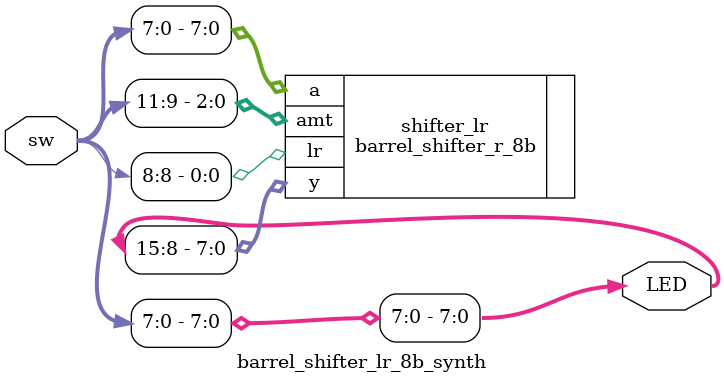
<source format=v>
`timescale 1ns / 1ps


module barrel_shifter_lr_8b_synth(
    input [15:0] sw,       
    output [15:0] LED
    );
    
    assign LED[7:0] = sw[7:0];
    
//    barrel_shifter_lr_8b shifter_lr(.a(sw[7:0]), .lr(sw[8]), .amt(sw[11:9]), .y(LED[15:8]));
    barrel_shifter_r_8b shifter_lr(.a(sw[7:0]), .lr(sw[8]), .amt(sw[11:9]), .y(LED[15:8]));

    
endmodule

</source>
